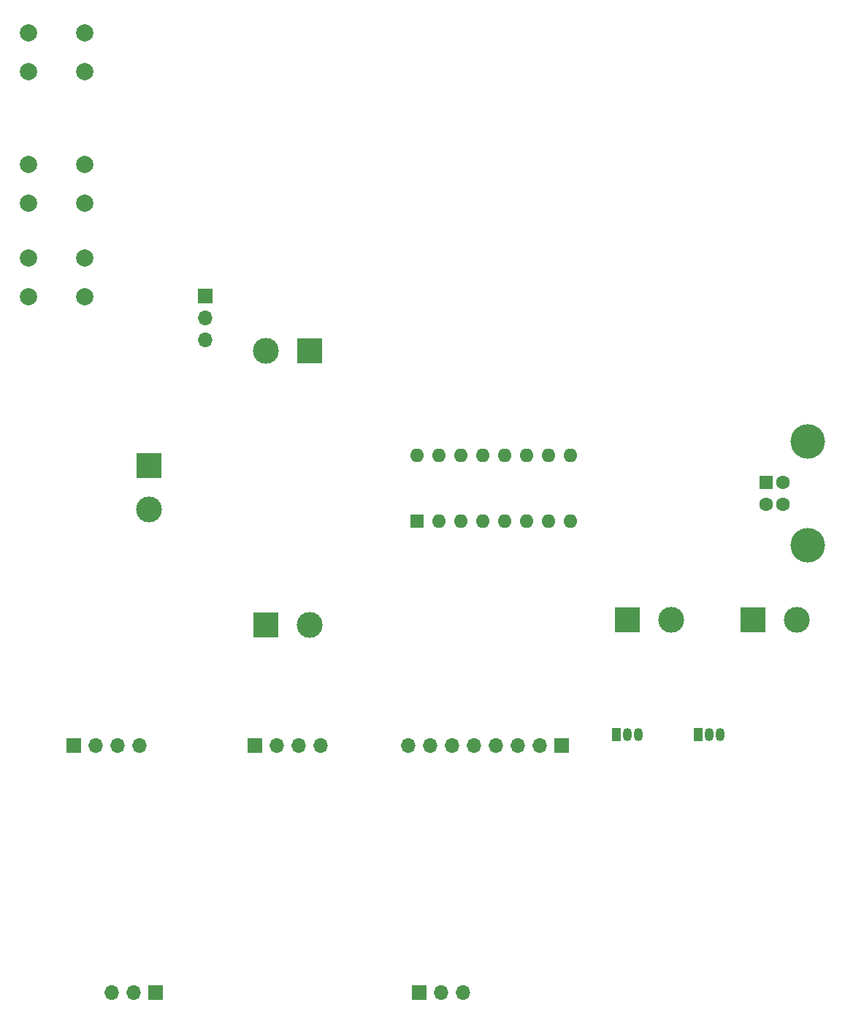
<source format=gbs>
G04 #@! TF.GenerationSoftware,KiCad,Pcbnew,(5.1.8)-1*
G04 #@! TF.CreationDate,2021-10-14T20:57:29+02:00*
G04 #@! TF.ProjectId,Elab car PCB,456c6162-2063-4617-9220-5043422e6b69,rev?*
G04 #@! TF.SameCoordinates,Original*
G04 #@! TF.FileFunction,Soldermask,Bot*
G04 #@! TF.FilePolarity,Negative*
%FSLAX46Y46*%
G04 Gerber Fmt 4.6, Leading zero omitted, Abs format (unit mm)*
G04 Created by KiCad (PCBNEW (5.1.8)-1) date 2021-10-14 20:57:29*
%MOMM*%
%LPD*%
G01*
G04 APERTURE LIST*
%ADD10R,1.700000X1.700000*%
%ADD11O,1.700000X1.700000*%
%ADD12R,1.600000X1.600000*%
%ADD13C,1.600000*%
%ADD14C,4.000000*%
%ADD15C,2.000000*%
%ADD16O,1.600000X1.600000*%
%ADD17O,1.050000X1.500000*%
%ADD18R,1.050000X1.500000*%
%ADD19R,3.000000X3.000000*%
%ADD20C,3.000000*%
G04 APERTURE END LIST*
D10*
X114935000Y-131445000D03*
D11*
X117475000Y-131445000D03*
X120015000Y-131445000D03*
X122555000Y-131445000D03*
D12*
X195165000Y-100965000D03*
D13*
X195165000Y-103465000D03*
X197165000Y-103465000D03*
X197165000Y-100965000D03*
D14*
X200025000Y-108215000D03*
X200025000Y-96215000D03*
D15*
X109705000Y-79430000D03*
X109705000Y-74930000D03*
X116205000Y-79430000D03*
X116205000Y-74930000D03*
X109705000Y-68635000D03*
X109705000Y-64135000D03*
X116205000Y-68635000D03*
X116205000Y-64135000D03*
X109705000Y-53395000D03*
X109705000Y-48895000D03*
X116205000Y-53340000D03*
X116205000Y-48895000D03*
D12*
X154749500Y-105410000D03*
D16*
X172529500Y-97790000D03*
X157289500Y-105410000D03*
X169989500Y-97790000D03*
X159829500Y-105410000D03*
X167449500Y-97790000D03*
X162369500Y-105410000D03*
X164909500Y-97790000D03*
X164909500Y-105410000D03*
X162369500Y-97790000D03*
X167449500Y-105410000D03*
X159829500Y-97790000D03*
X169989500Y-105410000D03*
X157289500Y-97790000D03*
X172529500Y-105410000D03*
X154749500Y-97790000D03*
D17*
X188595000Y-130175000D03*
X189865000Y-130175000D03*
D18*
X187325000Y-130175000D03*
D17*
X179070000Y-130175000D03*
X180340000Y-130175000D03*
D18*
X177800000Y-130175000D03*
D19*
X179070000Y-116840000D03*
D20*
X184150000Y-116840000D03*
D19*
X193675000Y-116840000D03*
D20*
X198755000Y-116840000D03*
D10*
X171450000Y-131445000D03*
D11*
X168910000Y-131445000D03*
X166370000Y-131445000D03*
X163830000Y-131445000D03*
X161290000Y-131445000D03*
X158750000Y-131445000D03*
X156210000Y-131445000D03*
X153670000Y-131445000D03*
D10*
X130175000Y-79375000D03*
D11*
X130175000Y-81915000D03*
X130175000Y-84455000D03*
D10*
X155000000Y-160000000D03*
D11*
X157540000Y-160000000D03*
X160080000Y-160000000D03*
D10*
X124400000Y-160000000D03*
D11*
X121860000Y-160000000D03*
X119320000Y-160000000D03*
D10*
X135890000Y-131445000D03*
D11*
X138430000Y-131445000D03*
X140970000Y-131445000D03*
X143510000Y-131445000D03*
D19*
X142240000Y-85661500D03*
D20*
X137160000Y-85661500D03*
D19*
X137160000Y-117475000D03*
D20*
X142240000Y-117475000D03*
D19*
X123634500Y-98996500D03*
D20*
X123634500Y-104076500D03*
M02*

</source>
